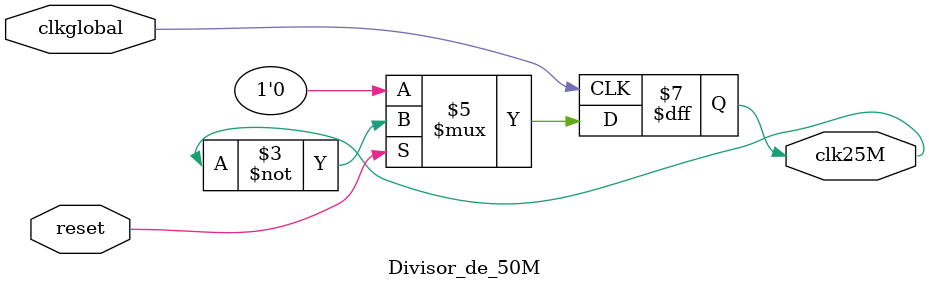
<source format=v>
`timescale 1ns / 1ps
module Divisor_de_50M(
    input clkglobal,
    input reset,
    output reg clk25M
    );
always @(posedge clkglobal)
	begin
	if (~reset)
		clk25M <= 1'b0;
	else
		clk25M <= ~clk25M;	
	end
endmodule



</source>
